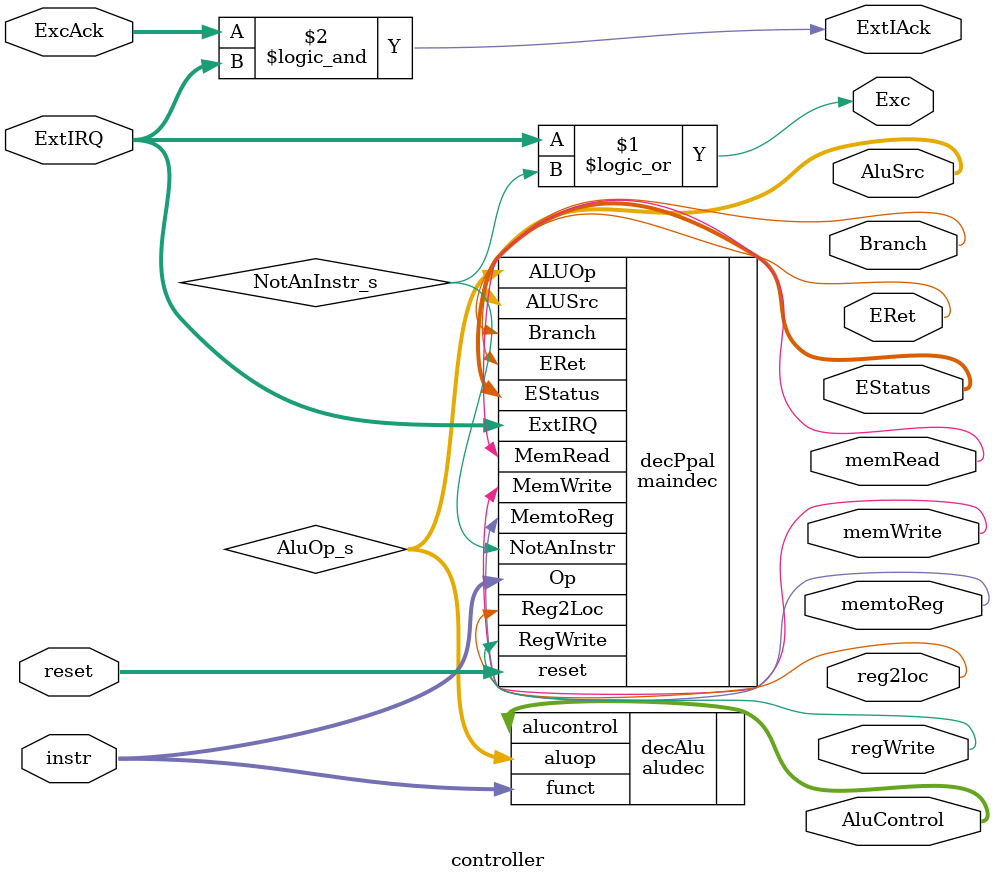
<source format=sv>

module controller
    (input  logic [10:0] instr, ExcAck,reset, ExtIRQ,
     output logic [3:0] AluControl, EStatus,
     output logic [1:0] AluSrc,
     output logic reg2loc, regWrite, Branch, memtoReg, memRead,
                  memWrite, ERet, Exc, ExtIAck
    );

    logic [1:0] AluOp_s;
    logic NotAnInstr_s;

    assign Exc = ExtIRQ || NotAnInstr_s;
    assign ExtIAck = ExcAck && ExtIRQ;

    maindec decPpal (.Op(instr),
                     .reset(reset),
                     .ExtIRQ(ExtIRQ),
                     .Reg2Loc(reg2loc),
                     .ALUSrc(AluSrc),
                     .MemtoReg(memtoReg),
                     .RegWrite(regWrite),
                     .MemRead(memRead),
                     .MemWrite(memWrite),
                     .Branch(Branch),
                     .ERet(ERet),
                     .NotAnInstr(NotAnInstr_s),
                     .ALUOp(AluOp_s),
                     .EStatus(EStatus)
                     );

    aludec decAlu (.funct(instr),
                   .aluop(AluOp_s),
                   .alucontrol(AluControl));
endmodule
</source>
